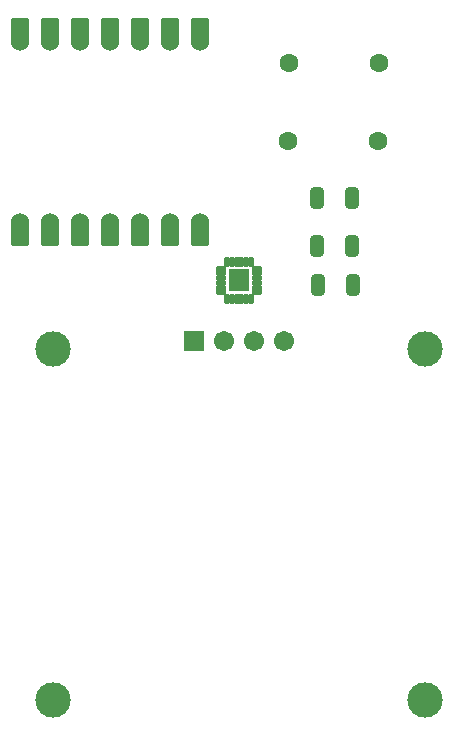
<source format=gbr>
%TF.GenerationSoftware,KiCad,Pcbnew,9.0.2*%
%TF.CreationDate,2025-08-03T00:22:43-03:00*%
%TF.ProjectId,hermes,6865726d-6573-42e6-9b69-6361645f7063,rev?*%
%TF.SameCoordinates,Original*%
%TF.FileFunction,Soldermask,Top*%
%TF.FilePolarity,Negative*%
%FSLAX46Y46*%
G04 Gerber Fmt 4.6, Leading zero omitted, Abs format (unit mm)*
G04 Created by KiCad (PCBNEW 9.0.2) date 2025-08-03 00:22:43*
%MOMM*%
%LPD*%
G01*
G04 APERTURE LIST*
G04 Aperture macros list*
%AMRoundRect*
0 Rectangle with rounded corners*
0 $1 Rounding radius*
0 $2 $3 $4 $5 $6 $7 $8 $9 X,Y pos of 4 corners*
0 Add a 4 corners polygon primitive as box body*
4,1,4,$2,$3,$4,$5,$6,$7,$8,$9,$2,$3,0*
0 Add four circle primitives for the rounded corners*
1,1,$1+$1,$2,$3*
1,1,$1+$1,$4,$5*
1,1,$1+$1,$6,$7*
1,1,$1+$1,$8,$9*
0 Add four rect primitives between the rounded corners*
20,1,$1+$1,$2,$3,$4,$5,0*
20,1,$1+$1,$4,$5,$6,$7,0*
20,1,$1+$1,$6,$7,$8,$9,0*
20,1,$1+$1,$8,$9,$2,$3,0*%
G04 Aperture macros list end*
%ADD10RoundRect,0.250000X-0.325000X-0.650000X0.325000X-0.650000X0.325000X0.650000X-0.325000X0.650000X0*%
%ADD11RoundRect,0.053000X-0.369000X-0.159000X0.369000X-0.159000X0.369000X0.159000X-0.369000X0.159000X0*%
%ADD12RoundRect,0.053000X-0.159000X-0.369000X0.159000X-0.369000X0.159000X0.369000X-0.159000X0.369000X0*%
%ADD13RoundRect,0.102000X-0.770000X-0.850000X0.770000X-0.850000X0.770000X0.850000X-0.770000X0.850000X0*%
%ADD14RoundRect,0.152400X-0.609600X1.063600X-0.609600X-1.063600X0.609600X-1.063600X0.609600X1.063600X0*%
%ADD15C,1.524000*%
%ADD16RoundRect,0.152400X0.609600X-1.063600X0.609600X1.063600X-0.609600X1.063600X-0.609600X-1.063600X0*%
%ADD17C,1.600000*%
%ADD18C,3.000000*%
%ADD19RoundRect,0.102000X-0.754000X-0.754000X0.754000X-0.754000X0.754000X0.754000X-0.754000X0.754000X0*%
%ADD20C,1.712000*%
G04 APERTURE END LIST*
D10*
%TO.C,C1*%
X142585000Y-47000000D03*
X145535000Y-47000000D03*
%TD*%
%TO.C,C3*%
X142685000Y-54400000D03*
X145635000Y-54400000D03*
%TD*%
D11*
%TO.C,U2*%
X134405000Y-53000000D03*
X134405000Y-53400000D03*
X134405000Y-53800000D03*
X134405000Y-54200000D03*
X134405000Y-54600000D03*
X134405000Y-55000000D03*
D12*
X134950000Y-55545000D03*
X135350000Y-55545000D03*
X135750000Y-55545000D03*
X136150000Y-55545000D03*
X136550000Y-55545000D03*
X136950000Y-55545000D03*
D11*
X137495000Y-55000000D03*
X137495000Y-54600000D03*
X137495000Y-54200000D03*
X137495000Y-53800000D03*
X137495000Y-53400000D03*
X137495000Y-53000000D03*
D12*
X136950000Y-52455000D03*
X136550000Y-52455000D03*
X136150000Y-52455000D03*
X135750000Y-52455000D03*
X135350000Y-52455000D03*
X134950000Y-52455000D03*
D13*
X135950000Y-54000000D03*
%TD*%
D14*
%TO.C,U1*%
X117398500Y-49855000D03*
D15*
X117398500Y-49020000D03*
D14*
X119938500Y-49855000D03*
D15*
X119938500Y-49020000D03*
D14*
X122478500Y-49855000D03*
D15*
X122478500Y-49020000D03*
D14*
X125018500Y-49855000D03*
D15*
X125018500Y-49020000D03*
D14*
X127558500Y-49855000D03*
D15*
X127558500Y-49020000D03*
D14*
X130098500Y-49855000D03*
D15*
X130098500Y-49020000D03*
D14*
X132638500Y-49855000D03*
D15*
X132638500Y-49020000D03*
X132638500Y-33780000D03*
D16*
X132638500Y-32945000D03*
D15*
X130098500Y-33780000D03*
D16*
X130098500Y-32945000D03*
D15*
X127558500Y-33780000D03*
D16*
X127558500Y-32945000D03*
D15*
X125018500Y-33780000D03*
D16*
X125018500Y-32945000D03*
D15*
X122478500Y-33780000D03*
D16*
X122478500Y-32945000D03*
D15*
X119938500Y-33780000D03*
D16*
X119938500Y-32945000D03*
D15*
X117398500Y-33780000D03*
D16*
X117398500Y-32945000D03*
%TD*%
D17*
%TO.C,R1*%
X140150000Y-35600000D03*
X147770000Y-35600000D03*
%TD*%
D18*
%TO.C,DS1*%
X120200000Y-59800000D03*
X120200000Y-89500000D03*
X151700000Y-59800000D03*
X151700000Y-89500000D03*
D19*
X132140000Y-59100000D03*
D20*
X134680000Y-59100000D03*
X137220000Y-59100000D03*
X139760000Y-59100000D03*
%TD*%
D17*
%TO.C,R2*%
X140140000Y-42200000D03*
X147760000Y-42200000D03*
%TD*%
D10*
%TO.C,C2*%
X142585000Y-51100000D03*
X145535000Y-51100000D03*
%TD*%
M02*

</source>
